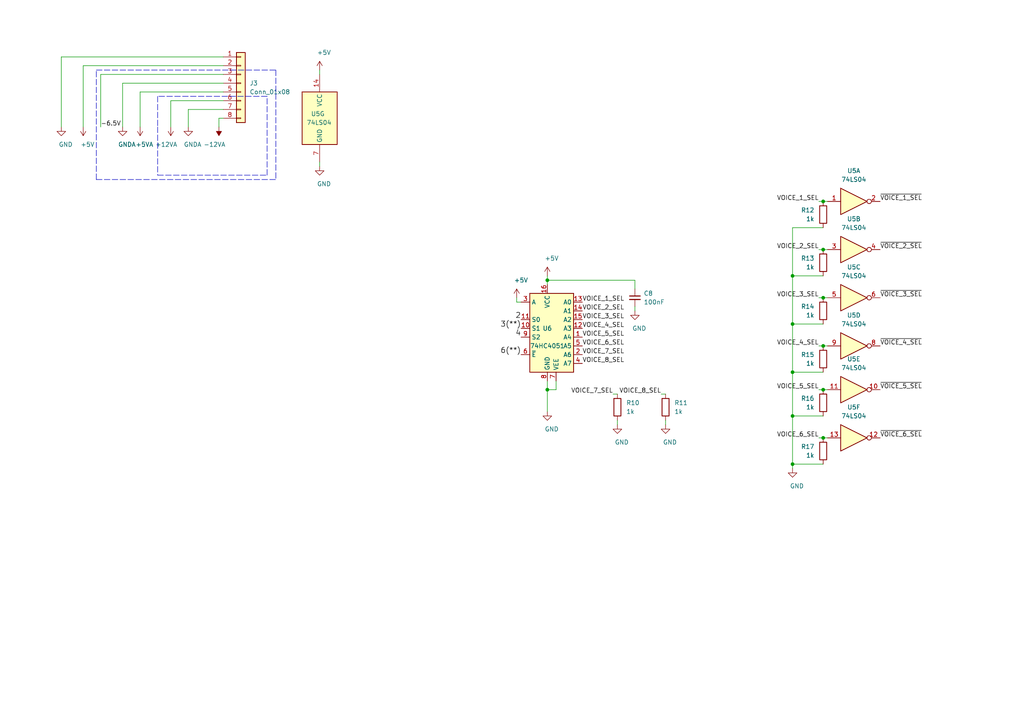
<source format=kicad_sch>
(kicad_sch (version 20211123) (generator eeschema)
  (paper "A4")
  (lib_symbols
    (symbol "74xx:74HC4051"
      (property "Reference" "U" (at -5.08 11.43 0))
      (property "Value" "74HC4051" (at -7.62 -13.97 0))
      (symbol "74HC4051_0_1"
        (rectangle (start -5.08 10.16) (end 7.62 -12.7) (stroke (width 0.254)) (fill (type background)))
      )
      (symbol "74HC4051_1_1"
        (pin passive line (at 10.16 -2.54 180) (length 2.54) (name "A4") (number "1"))
        (pin input line (at -7.62 0 0) (length 2.54) (name "S1") (number "10"))
        (pin input line (at -7.62 2.54 0) (length 2.54) (name "S0") (number "11"))
        (pin passive line (at 10.16 0 180) (length 2.54) (name "A3") (number "12"))
        (pin passive line (at 10.16 7.62 180) (length 2.54) (name "A0") (number "13"))
        (pin passive line (at 10.16 5.08 180) (length 2.54) (name "A1") (number "14"))
        (pin passive line (at 10.16 2.54 180) (length 2.54) (name "A2") (number "15"))
        (pin power_in line (at 0 12.7 270) (length 2.54) (name "VCC") (number "16"))
        (pin passive line (at 10.16 -7.62 180) (length 2.54) (name "A6") (number "2"))
        (pin passive line (at -7.62 7.62 0) (length 2.54) (name "A") (number "3"))
        (pin passive line (at 10.16 -10.16 180) (length 2.54) (name "A7") (number "4"))
        (pin passive line (at 10.16 -5.08 180) (length 2.54) (name "A5") (number "5"))
        (pin input line (at -7.62 -7.62 0) (length 2.54) (name "~{E}") (number "6"))
        (pin power_in line (at 2.54 -15.24 90) (length 2.54) (name "VEE") (number "7"))
        (pin power_in line (at 0 -15.24 90) (length 2.54) (name "GND") (number "8"))
        (pin input line (at -7.62 -2.54 0) (length 2.54) (name "S2") (number "9"))
      )
    )
    (symbol "74xx:74LS04"
      (property "Reference" "U" (at 0 1.27 0))
      (property "Value" "74LS04" (at 0 -1.27 0))
      (symbol "74LS04_1_0"
        (polyline (pts (xy -3.81 3.81) (xy -3.81 -3.81) (xy 3.81 0) (xy -3.81 3.81)) (stroke (width 0.254)) (fill (type background)))
        (pin input line (at -7.62 0 0) (length 3.81) (name "~") (number "1"))
        (pin output inverted (at 7.62 0 180) (length 3.81) (name "~") (number "2"))
      )
      (symbol "74LS04_2_0"
        (polyline (pts (xy -3.81 3.81) (xy -3.81 -3.81) (xy 3.81 0) (xy -3.81 3.81)) (stroke (width 0.254)) (fill (type background)))
        (pin input line (at -7.62 0 0) (length 3.81) (name "~") (number "3"))
        (pin output inverted (at 7.62 0 180) (length 3.81) (name "~") (number "4"))
      )
      (symbol "74LS04_3_0"
        (polyline (pts (xy -3.81 3.81) (xy -3.81 -3.81) (xy 3.81 0) (xy -3.81 3.81)) (stroke (width 0.254)) (fill (type background)))
        (pin input line (at -7.62 0 0) (length 3.81) (name "~") (number "5"))
        (pin output inverted (at 7.62 0 180) (length 3.81) (name "~") (number "6"))
      )
      (symbol "74LS04_4_0"
        (polyline (pts (xy -3.81 3.81) (xy -3.81 -3.81) (xy 3.81 0) (xy -3.81 3.81)) (stroke (width 0.254)) (fill (type background)))
        (pin output inverted (at 7.62 0 180) (length 3.81) (name "~") (number "8"))
        (pin input line (at -7.62 0 0) (length 3.81) (name "~") (number "9"))
      )
      (symbol "74LS04_5_0"
        (polyline (pts (xy -3.81 3.81) (xy -3.81 -3.81) (xy 3.81 0) (xy -3.81 3.81)) (stroke (width 0.254)) (fill (type background)))
        (pin output inverted (at 7.62 0 180) (length 3.81) (name "~") (number "10"))
        (pin input line (at -7.62 0 0) (length 3.81) (name "~") (number "11"))
      )
      (symbol "74LS04_6_0"
        (polyline (pts (xy -3.81 3.81) (xy -3.81 -3.81) (xy 3.81 0) (xy -3.81 3.81)) (stroke (width 0.254)) (fill (type background)))
        (pin output inverted (at 7.62 0 180) (length 3.81) (name "~") (number "12"))
        (pin input line (at -7.62 0 0) (length 3.81) (name "~") (number "13"))
      )
      (symbol "74LS04_7_0"
        (pin power_in line (at 0 12.7 270) (length 5.08) (name "VCC") (number "14"))
        (pin power_in line (at 0 -12.7 90) (length 5.08) (name "GND") (number "7"))
      )
      (symbol "74LS04_7_1"
        (rectangle (start -5.08 7.62) (end 5.08 -7.62) (stroke (width 0.254)) (fill (type background)))
      )
    )
    (symbol "Connector_Generic:Conn_01x08" (pin_names (offset 1.016) hide)
      (property "Reference" "J" (at 0 10.16 0))
      (property "Value" "Conn_01x08" (at 0 -12.7 0))
      (symbol "Conn_01x08_1_1"
        (rectangle (start -1.27 -10.033) (end 0 -10.287) (stroke (width 0.1524)))
        (rectangle (start -1.27 -7.493) (end 0 -7.747) (stroke (width 0.1524)))
        (rectangle (start -1.27 -4.953) (end 0 -5.207) (stroke (width 0.1524)))
        (rectangle (start -1.27 -2.413) (end 0 -2.667) (stroke (width 0.1524)))
        (rectangle (start -1.27 0.127) (end 0 -0.127) (stroke (width 0.1524)))
        (rectangle (start -1.27 2.667) (end 0 2.413) (stroke (width 0.1524)))
        (rectangle (start -1.27 5.207) (end 0 4.953) (stroke (width 0.1524)))
        (rectangle (start -1.27 7.747) (end 0 7.493) (stroke (width 0.1524)))
        (rectangle (start -1.27 8.89) (end 1.27 -11.43) (stroke (width 0.254)) (fill (type background)))
        (pin passive line (at -5.08 7.62 0) (length 3.81) (name "Pin_1") (number "1"))
        (pin passive line (at -5.08 5.08 0) (length 3.81) (name "Pin_2") (number "2"))
        (pin passive line (at -5.08 2.54 0) (length 3.81) (name "Pin_3") (number "3"))
        (pin passive line (at -5.08 0 0) (length 3.81) (name "Pin_4") (number "4"))
        (pin passive line (at -5.08 -2.54 0) (length 3.81) (name "Pin_5") (number "5"))
        (pin passive line (at -5.08 -5.08 0) (length 3.81) (name "Pin_6") (number "6"))
        (pin passive line (at -5.08 -7.62 0) (length 3.81) (name "Pin_7") (number "7"))
        (pin passive line (at -5.08 -10.16 0) (length 3.81) (name "Pin_8") (number "8"))
      )
    )
    (symbol "Device:C_Small" (pin_numbers hide) (pin_names (offset 0.254) hide)
      (property "Reference" "C" (at 0.254 1.778 0))
      (property "Value" "C_Small" (at 0.254 -2.032 0))
      (symbol "C_Small_0_1"
        (polyline (pts (xy -1.524 -0.508) (xy 1.524 -0.508)) (stroke (width 0.3302)))
        (polyline (pts (xy -1.524 0.508) (xy 1.524 0.508)) (stroke (width 0.3048)))
      )
      (symbol "C_Small_1_1"
        (pin passive line (at 0 2.54 270) (length 2.032) (name "~") (number "1"))
        (pin passive line (at 0 -2.54 90) (length 2.032) (name "~") (number "2"))
      )
    )
    (symbol "Device:R" (pin_numbers hide) (pin_names (offset 0))
      (property "Reference" "R" (at 2.032 0 90))
      (property "Value" "R" (at 0 0 90))
      (symbol "R_0_1"
        (rectangle (start -1.016 -2.54) (end 1.016 2.54) (stroke (width 0.254)))
      )
      (symbol "R_1_1"
        (pin passive line (at 0 3.81 270) (length 1.27) (name "~") (number "1"))
        (pin passive line (at 0 -3.81 90) (length 1.27) (name "~") (number "2"))
      )
    )
    (symbol "power:+12VA" (power) (pin_names (offset 0))
      (property "Value" "+12VA" (at 0 3.556 0))
      (symbol "+12VA_0_1"
        (polyline (pts (xy -0.762 1.27) (xy 0 2.54)))
        (polyline (pts (xy 0 0) (xy 0 2.54)))
        (polyline (pts (xy 0 2.54) (xy 0.762 1.27)))
      )
      (symbol "+12VA_1_1"
        (pin power_in line (at 0 0 90) (length 0) hide (name "+12VA") (number "1"))
      )
    )
    (symbol "power:+5V" (power) (pin_names (offset 0))
      (property "Value" "+5V" (at 0 3.556 0))
      (symbol "+5V_0_1"
        (polyline (pts (xy -0.762 1.27) (xy 0 2.54)))
        (polyline (pts (xy 0 0) (xy 0 2.54)))
        (polyline (pts (xy 0 2.54) (xy 0.762 1.27)))
      )
      (symbol "+5V_1_1"
        (pin power_in line (at 0 0 90) (length 0) hide (name "+5V") (number "1"))
      )
    )
    (symbol "power:+5VA" (power) (pin_names (offset 0))
      (property "Value" "+5VA" (at 0 3.556 0))
      (symbol "+5VA_0_1"
        (polyline (pts (xy -0.762 1.27) (xy 0 2.54)))
        (polyline (pts (xy 0 0) (xy 0 2.54)))
        (polyline (pts (xy 0 2.54) (xy 0.762 1.27)))
      )
      (symbol "+5VA_1_1"
        (pin power_in line (at 0 0 90) (length 0) hide (name "+5VA") (number "1"))
      )
    )
    (symbol "power:-12VA" (power) (pin_names (offset 0))
      (property "Value" "-12VA" (at 0 3.556 0))
      (symbol "-12VA_0_0"
        (pin power_in line (at 0 0 90) (length 0) hide (name "-12VA") (number "1"))
      )
      (symbol "-12VA_0_1"
        (polyline (pts (xy 0 0) (xy 0 1.27) (xy 0.762 1.27) (xy 0 2.54) (xy -0.762 1.27) (xy 0 1.27)) (fill (type outline)))
      )
    )
    (symbol "power:GND" (power) (pin_names (offset 0))
      (property "Value" "GND" (at 0 -3.81 0))
      (symbol "GND_0_1"
        (polyline (pts (xy 0 0) (xy 0 -1.27) (xy 1.27 -1.27) (xy 0 -2.54) (xy -1.27 -1.27) (xy 0 -1.27)))
      )
      (symbol "GND_1_1"
        (pin power_in line (at 0 0 270) (length 0) hide (name "GND") (number "1"))
      )
    )
    (symbol "power:GNDA" (power) (pin_names (offset 0))
      (property "Value" "GNDA" (at 0 -3.81 0))
      (symbol "GNDA_0_1"
        (polyline (pts (xy 0 0) (xy 0 -1.27) (xy 1.27 -1.27) (xy 0 -2.54) (xy -1.27 -1.27) (xy 0 -1.27)))
      )
      (symbol "GNDA_1_1"
        (pin power_in line (at 0 0 270) (length 0) hide (name "GNDA") (number "1"))
      )
    )
  )
  (junction (at 238.76 58.42))
  (junction (at 229.87 120.65))
  (junction (at 238.76 72.39))
  (junction (at 238.76 113.03))
  (junction (at 229.87 93.98))
  (junction (at 229.87 107.95))
  (junction (at 158.75 81.28))
  (junction (at 229.87 134.62))
  (junction (at 238.76 127))
  (junction (at 238.76 100.33))
  (junction (at 238.76 86.36))
  (junction (at 158.75 113.03))
  (junction (at 229.87 80.01))
  (wire (pts (xy 149.86 86.36) (xy 149.86 87.63)))
  (wire (pts (xy 237.49 100.33) (xy 238.76 100.33)))
  (wire (pts (xy 179.07 123.19) (xy 179.07 121.92)))
  (wire (pts (xy 229.87 120.65) (xy 229.87 107.95)))
  (wire (pts (xy 158.75 113.03) (xy 158.75 119.38)))
  (polyline (pts (xy 27.94 20.32) (xy 80.01 20.32)))
  (wire (pts (xy 54.61 36.83) (xy 54.61 31.75)))
  (wire (pts (xy 229.87 80.01) (xy 238.76 80.01)))
  (polyline (pts (xy 45.72 50.8) (xy 77.47 50.8)))
  (wire (pts (xy 179.07 114.3) (xy 177.8 114.3)))
  (wire (pts (xy 29.21 21.59) (xy 29.21 36.83)))
  (wire (pts (xy 238.76 120.65) (xy 229.87 120.65)))
  (polyline (pts (xy 77.47 27.94) (xy 45.72 27.94)))
  (wire (pts (xy 49.53 36.83) (xy 49.53 29.21)))
  (wire (pts (xy 64.77 21.59) (xy 29.21 21.59)))
  (wire (pts (xy 64.77 24.13) (xy 35.56 24.13)))
  (wire (pts (xy 237.49 127) (xy 238.76 127)))
  (wire (pts (xy 238.76 58.42) (xy 240.03 58.42)))
  (wire (pts (xy 238.76 93.98) (xy 229.87 93.98)))
  (wire (pts (xy 229.87 66.04) (xy 229.87 80.01)))
  (wire (pts (xy 237.49 86.36) (xy 238.76 86.36)))
  (polyline (pts (xy 45.72 27.94) (xy 45.72 36.83)))
  (wire (pts (xy 92.71 21.59) (xy 92.71 20.32)))
  (wire (pts (xy 63.5 34.29) (xy 64.77 34.29)))
  (wire (pts (xy 229.87 134.62) (xy 229.87 120.65)))
  (wire (pts (xy 229.87 135.89) (xy 229.87 134.62)))
  (wire (pts (xy 237.49 113.03) (xy 238.76 113.03)))
  (wire (pts (xy 161.29 110.49) (xy 161.29 113.03)))
  (wire (pts (xy 40.64 26.67) (xy 64.77 26.67)))
  (wire (pts (xy 158.75 81.28) (xy 158.75 82.55)))
  (wire (pts (xy 238.76 100.33) (xy 240.03 100.33)))
  (polyline (pts (xy 27.94 52.07) (xy 80.01 52.07)))
  (wire (pts (xy 229.87 93.98) (xy 229.87 80.01)))
  (wire (pts (xy 193.04 114.3) (xy 191.77 114.3)))
  (wire (pts (xy 193.04 123.19) (xy 193.04 121.92)))
  (wire (pts (xy 49.53 29.21) (xy 64.77 29.21)))
  (wire (pts (xy 54.61 31.75) (xy 64.77 31.75)))
  (wire (pts (xy 184.15 90.17) (xy 184.15 88.9)))
  (wire (pts (xy 40.64 36.83) (xy 40.64 26.67)))
  (polyline (pts (xy 80.01 20.32) (xy 80.01 52.07)))
  (wire (pts (xy 238.76 127) (xy 240.03 127)))
  (wire (pts (xy 63.5 36.83) (xy 63.5 34.29)))
  (wire (pts (xy 149.86 87.63) (xy 151.13 87.63)))
  (wire (pts (xy 64.77 16.51) (xy 17.78 16.51)))
  (wire (pts (xy 184.15 81.28) (xy 158.75 81.28)))
  (wire (pts (xy 24.13 36.83) (xy 24.13 19.05)))
  (wire (pts (xy 35.56 24.13) (xy 35.56 36.83)))
  (wire (pts (xy 17.78 16.51) (xy 17.78 36.83)))
  (wire (pts (xy 238.76 113.03) (xy 240.03 113.03)))
  (wire (pts (xy 92.71 48.26) (xy 92.71 46.99)))
  (wire (pts (xy 184.15 81.28) (xy 184.15 83.82)))
  (wire (pts (xy 24.13 19.05) (xy 64.77 19.05)))
  (wire (pts (xy 161.29 113.03) (xy 158.75 113.03)))
  (wire (pts (xy 238.76 134.62) (xy 229.87 134.62)))
  (wire (pts (xy 238.76 86.36) (xy 240.03 86.36)))
  (polyline (pts (xy 77.47 50.8) (xy 77.47 27.94)))
  (wire (pts (xy 229.87 107.95) (xy 229.87 93.98)))
  (wire (pts (xy 237.49 58.42) (xy 238.76 58.42)))
  (wire (pts (xy 238.76 72.39) (xy 240.03 72.39)))
  (polyline (pts (xy 45.72 36.83) (xy 45.72 50.8)))
  (wire (pts (xy 158.75 80.01) (xy 158.75 81.28)))
  (wire (pts (xy 238.76 107.95) (xy 229.87 107.95)))
  (wire (pts (xy 158.75 110.49) (xy 158.75 113.03)))
  (wire (pts (xy 237.49 72.39) (xy 238.76 72.39)))
  (polyline (pts (xy 27.94 52.07) (xy 27.94 20.32)))
  (wire (pts (xy 238.76 66.04) (xy 229.87 66.04)))
  (label "VOICE_7_SEL" (at 177.8 114.3 180))
  (label "~{VOICE_6_SEL}" (at 255.27 127 0))
  (label "VOICE_3_SEL" (at 168.91 92.71 0))
  (label "VOICE_1_SEL" (at 168.91 87.63 0))
  (label "6(**)" (at 151.13 102.87 180) (effects (font (size 1.524 1.524))))
  (label "~{VOICE_5_SEL}" (at 255.27 113.03 0))
  (label "VOICE_8_SEL" (at 191.77 114.3 180))
  (label "VOICE_7_SEL" (at 168.91 102.87 0))
  (label "VOICE_2_SEL" (at 237.49 72.39 180))
  (label "-6.5V" (at 29.21 36.83 0))
  (label "3(**)" (at 151.13 95.25 180) (effects (font (size 1.524 1.524))))
  (label "~{VOICE_4_SEL}" (at 255.27 100.33 0))
  (label "~{VOICE_3_SEL}" (at 255.27 86.36 0))
  (label "VOICE_4_SEL" (at 237.49 100.33 180))
  (label "VOICE_4_SEL" (at 168.91 95.25 0))
  (label "VOICE_3_SEL" (at 237.49 86.36 180))
  (label "VOICE_6_SEL" (at 168.91 100.33 0))
  (label "VOICE_5_SEL" (at 237.49 113.03 180))
  (label "~{VOICE_1_SEL}" (at 255.27 58.42 0))
  (label "2" (at 151.13 92.71 180) (effects (font (size 1.524 1.524))))
  (label "4" (at 151.13 97.79 180) (effects (font (size 1.524 1.524))))
  (label "~{VOICE_2_SEL}" (at 255.27 72.39 0))
  (label "VOICE_2_SEL" (at 168.91 90.17 0))
  (label "VOICE_1_SEL" (at 237.49 58.42 180))
  (label "VOICE_5_SEL" (at 168.91 97.79 0))
  (label "VOICE_6_SEL" (at 237.49 127 180))
  (label "VOICE_8_SEL" (at 168.91 105.41 0))
  (symbol (lib_id "74xx:74LS04") (at 247.65 72.39 0) (unit 2)
    (property "Reference" "U5" (at 247.65 63.5 0))
    (property "Value" "74LS04" (at 247.65 66.04 0))
    (property "Footprint" "Package_DIP:DIP-14_W7.62mm_Socket_LongPads" (effects hide))
    (property "Datasheet" "http://www.ti.com/lit/gpn/sn74LS04" (effects hide))
  )
  (symbol (lib_id "74xx:74HC4051") (at 158.75 95.25 0) (unit 1)
    (property "Reference" "U6" (at 158.75 95.25 0))
    (property "Value" "74HC4051" (at 158.75 100.33 0))
    (property "Footprint" "Package_DIP:DIP-16_W7.62mm_Socket_LongPads" (effects hide))
    (property "Datasheet" "http://www.ti.com/lit/ds/symlink/cd74hc4051.pdf" (effects hide))
  )
  (symbol (lib_id "Device:R") (at 238.76 76.2 0) (unit 1)
    (property "Reference" "R13" (at 236.22 74.93 0) (effects (justify right)))
    (property "Value" "1k" (at 236.22 77.47 0) (effects (justify right)))
    (property "Footprint" "Resistor_THT:R_Axial_DIN0207_L6.3mm_D2.5mm_P7.62mm_Horizontal" (effects hide))
  )
  (symbol (lib_id "power:GNDA") (at 54.61 36.83 0) (unit 1)
    (property "Reference" "#PWR043" (effects hide))
    (property "Value" "GNDA" (at 55.88 41.91 0))
  )
  (symbol (lib_id "Connector_Generic:Conn_01x08") (at 69.85 24.13 0) (unit 1)
    (property "Reference" "J3" (at 72.39 24.1299 0) (effects (justify left)))
    (property "Value" "Conn_01x08" (at 72.39 26.6699 0) (effects (justify left)))
    (property "Footprint" "Connector_PinHeader_2.54mm:PinHeader_1x08_P2.54mm_Vertical" (effects hide))
  )
  (symbol (lib_id "power:+5V") (at 149.86 86.36 0) (unit 1)
    (property "Reference" "#PWR047" (effects hide))
    (property "Value" "+5V" (at 151.13 81.28 0))
  )
  (symbol (lib_id "power:GND") (at 17.78 36.83 0) (unit 1)
    (property "Reference" "#PWR038" (effects hide))
    (property "Value" "GND" (at 19.05 41.91 0))
  )
  (symbol (lib_id "power:GND") (at 158.75 119.38 0) (unit 1)
    (property "Reference" "#PWR049" (effects hide))
    (property "Value" "GND" (at 160.02 124.46 0))
  )
  (symbol (lib_id "Device:R") (at 238.76 104.14 0) (unit 1)
    (property "Reference" "R15" (at 236.22 102.87 0) (effects (justify right)))
    (property "Value" "1k" (at 236.22 105.41 0) (effects (justify right)))
    (property "Footprint" "Resistor_THT:R_Axial_DIN0207_L6.3mm_D2.5mm_P7.62mm_Horizontal" (effects hide))
  )
  (symbol (lib_id "power:GND") (at 184.15 90.17 0) (unit 1)
    (property "Reference" "#PWR051" (effects hide))
    (property "Value" "GND" (at 185.42 95.25 0))
  )
  (symbol (lib_id "74xx:74LS04") (at 247.65 58.42 0) (unit 1)
    (property "Reference" "U5" (at 247.65 49.53 0))
    (property "Value" "74LS04" (at 247.65 52.07 0))
    (property "Footprint" "Package_DIP:DIP-14_W7.62mm_Socket_LongPads" (effects hide))
    (property "Datasheet" "http://www.ti.com/lit/gpn/sn74LS04" (effects hide))
  )
  (symbol (lib_id "power:+5V") (at 92.71 20.32 0) (unit 1)
    (property "Reference" "#PWR045" (effects hide))
    (property "Value" "+5V" (at 93.98 15.24 0))
  )
  (symbol (lib_id "74xx:74LS04") (at 247.65 127 0) (unit 6)
    (property "Reference" "U5" (at 247.65 118.11 0))
    (property "Value" "74LS04" (at 247.65 120.65 0))
    (property "Footprint" "Package_DIP:DIP-14_W7.62mm_Socket_LongPads" (effects hide))
    (property "Datasheet" "http://www.ti.com/lit/gpn/sn74LS04" (effects hide))
  )
  (symbol (lib_id "74xx:74LS04") (at 247.65 86.36 0) (unit 3)
    (property "Reference" "U5" (at 247.65 77.47 0))
    (property "Value" "74LS04" (at 247.65 80.01 0))
    (property "Footprint" "Package_DIP:DIP-14_W7.62mm_Socket_LongPads" (effects hide))
    (property "Datasheet" "http://www.ti.com/lit/gpn/sn74LS04" (effects hide))
  )
  (symbol (lib_id "Device:R") (at 238.76 116.84 0) (unit 1)
    (property "Reference" "R16" (at 236.22 115.57 0) (effects (justify right)))
    (property "Value" "1k" (at 236.22 118.11 0) (effects (justify right)))
    (property "Footprint" "Resistor_THT:R_Axial_DIN0207_L6.3mm_D2.5mm_P7.62mm_Horizontal" (effects hide))
  )
  (symbol (lib_id "power:-12VA") (at 63.5 36.83 180) (unit 1)
    (property "Reference" "#PWR044" (effects hide))
    (property "Value" "-12VA" (at 62.23 41.91 0))
  )
  (symbol (lib_id "74xx:74LS04") (at 247.65 113.03 0) (unit 5)
    (property "Reference" "U5" (at 247.65 104.14 0))
    (property "Value" "74LS04" (at 247.65 106.68 0))
    (property "Footprint" "Package_DIP:DIP-14_W7.62mm_Socket_LongPads" (effects hide))
    (property "Datasheet" "http://www.ti.com/lit/gpn/sn74LS04" (effects hide))
  )
  (symbol (lib_id "Device:C_Small") (at 184.15 86.36 0) (unit 1)
    (property "Reference" "C8" (at 186.69 85.09 0) (effects (justify left)))
    (property "Value" "100nF" (at 186.69 87.63 0) (effects (justify left)))
    (property "Footprint" "Capacitor_THT:C_Disc_D4.7mm_W2.5mm_P5.00mm" (effects hide))
  )
  (symbol (lib_id "74xx:74LS04") (at 247.65 100.33 0) (unit 4)
    (property "Reference" "U5" (at 247.65 91.44 0))
    (property "Value" "74LS04" (at 247.65 93.98 0))
    (property "Footprint" "Package_DIP:DIP-14_W7.62mm_Socket_LongPads" (effects hide))
    (property "Datasheet" "http://www.ti.com/lit/gpn/sn74LS04" (effects hide))
  )
  (symbol (lib_id "Device:R") (at 193.04 118.11 0) (unit 1)
    (property "Reference" "R11" (at 195.58 116.84 0) (effects (justify left)))
    (property "Value" "1k" (at 195.58 119.38 0) (effects (justify left)))
    (property "Footprint" "Resistor_THT:R_Axial_DIN0207_L6.3mm_D2.5mm_P7.62mm_Horizontal" (effects hide))
  )
  (symbol (lib_id "power:GND") (at 179.07 123.19 0) (unit 1)
    (property "Reference" "#PWR050" (effects hide))
    (property "Value" "GND" (at 180.34 128.27 0))
  )
  (symbol (lib_id "power:+5V") (at 24.13 36.83 0) (mirror x) (unit 1)
    (property "Reference" "#PWR039" (effects hide))
    (property "Value" "+5V" (at 25.4 41.91 0))
  )
  (symbol (lib_id "power:GNDA") (at 35.56 36.83 0) (unit 1)
    (property "Reference" "#PWR040" (effects hide))
    (property "Value" "GNDA" (at 36.83 41.91 0))
  )
  (symbol (lib_id "power:GND") (at 229.87 135.89 0) (unit 1)
    (property "Reference" "#PWR053" (effects hide))
    (property "Value" "GND" (at 231.14 140.97 0))
  )
  (symbol (lib_id "Device:R") (at 179.07 118.11 0) (unit 1)
    (property "Reference" "R10" (at 181.61 116.84 0) (effects (justify left)))
    (property "Value" "1k" (at 181.61 119.38 0) (effects (justify left)))
    (property "Footprint" "Resistor_THT:R_Axial_DIN0207_L6.3mm_D2.5mm_P7.62mm_Horizontal" (effects hide))
  )
  (symbol (lib_id "power:GND") (at 193.04 123.19 0) (unit 1)
    (property "Reference" "#PWR052" (effects hide))
    (property "Value" "GND" (at 194.31 128.27 0))
  )
  (symbol (lib_id "power:+12VA") (at 49.53 36.83 180) (unit 1)
    (property "Reference" "#PWR042" (effects hide))
    (property "Value" "+12VA" (at 48.26 41.91 0))
  )
  (symbol (lib_id "power:+5VA") (at 40.64 36.83 0) (mirror x) (unit 1)
    (property "Reference" "#PWR041" (effects hide))
    (property "Value" "+5VA" (at 41.91 41.91 0))
  )
  (symbol (lib_id "power:GND") (at 92.71 48.26 0) (unit 1)
    (property "Reference" "#PWR046" (effects hide))
    (property "Value" "GND" (at 93.98 53.34 0))
  )
  (symbol (lib_id "power:+5V") (at 158.75 80.01 0) (unit 1)
    (property "Reference" "#PWR048" (effects hide))
    (property "Value" "+5V" (at 160.02 74.93 0))
  )
  (symbol (lib_id "Device:R") (at 238.76 62.23 0) (unit 1)
    (property "Reference" "R12" (at 236.22 60.96 0) (effects (justify right)))
    (property "Value" "1k" (at 236.22 63.5 0) (effects (justify right)))
    (property "Footprint" "Resistor_THT:R_Axial_DIN0207_L6.3mm_D2.5mm_P7.62mm_Horizontal" (effects hide))
  )
  (symbol (lib_id "Device:R") (at 238.76 130.81 0) (unit 1)
    (property "Reference" "R17" (at 236.22 129.54 0) (effects (justify right)))
    (property "Value" "1k" (at 236.22 132.08 0) (effects (justify right)))
    (property "Footprint" "Resistor_THT:R_Axial_DIN0207_L6.3mm_D2.5mm_P7.62mm_Horizontal" (effects hide))
  )
  (symbol (lib_id "74xx:74LS04") (at 92.71 34.29 0) (unit 7)
    (property "Reference" "U5" (at 90.17 33.02 0) (effects (justify left)))
    (property "Value" "74LS04" (at 88.9 35.56 0) (effects (justify left)))
    (property "Footprint" "Package_DIP:DIP-14_W7.62mm_Socket_LongPads" (effects hide))
    (property "Datasheet" "http://www.ti.com/lit/gpn/sn74LS04" (effects hide))
  )
  (symbol (lib_id "Device:R") (at 238.76 90.17 0) (unit 1)
    (property "Reference" "R14" (at 236.22 88.9 0) (effects (justify right)))
    (property "Value" "1k" (at 236.22 91.44 0) (effects (justify right)))
    (property "Footprint" "Resistor_THT:R_Axial_DIN0207_L6.3mm_D2.5mm_P7.62mm_Horizontal" (effects hide))
  )
)
</source>
